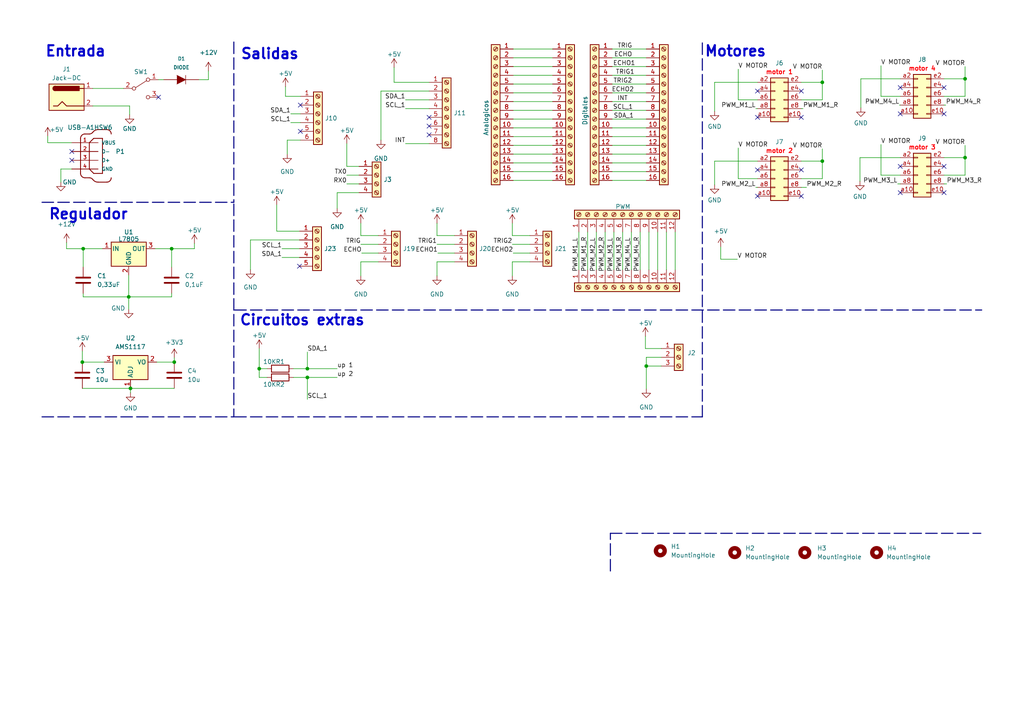
<source format=kicad_sch>
(kicad_sch (version 20230121) (generator eeschema)
  (paper "A4")
  (lib_symbols
    (symbol "Connector:DIN41612_02x05_AE_EvenPins" (pin_names (offset 1.016) hide)
      (property "Reference" "J" (at 1.27 7.62 0))
      (property "Value" "DIN41612_02x05_AE_EvenPins" (at 1.27 -7.62 0))
      (symbol "DIN41612_02x05_AE_EvenPins_1_1"
        (pin passive line (at -5.08 -5.08 0) (length 3.81) (name "Pin_a10") (number "a10"))
        (pin passive line (at -5.08 5.08 0) (length 3.81) (name "Pin_a2") (number "a2"))
        (pin passive line (at -5.08 2.54 0) (length 3.81) (name "Pin_a4") (number "a4"))
        (pin passive line (at -5.08 0 0) (length 3.81) (name "Pin_a6") (number "a6"))
        (pin passive line (at -5.08 -2.54 0) (length 3.81) (name "Pin_a8") (number "a8"))
        (pin passive line (at 7.62 -5.08 180) (length 3.81) (name "Pin_e10") (number "e10"))
        (pin passive line (at 7.62 5.08 180) (length 3.81) (name "Pin_e2") (number "e2"))
        (pin passive line (at 7.62 2.54 180) (length 3.81) (name "Pin_e4") (number "e4"))
        (pin passive line (at 7.62 0 180) (length 3.81) (name "Pin_e6") (number "e6"))
        (pin passive line (at 7.62 -2.54 180) (length 3.81) (name "Pin_e8") (number "e8"))
      )
    )
    (symbol "Connector:Jack-DC" (pin_names (offset 1.016))
      (property "Reference" "J" (at 0 5.334 0))
      (property "Value" "Jack-DC" (at 0 -5.08 0))
      (symbol "Jack-DC_1_1"
        (pin passive line (at 7.62 2.54 180) (length 2.54) (name "~") (number "1"))
        (pin passive line (at 7.62 -2.54 180) (length 2.54) (name "~") (number "2"))
      )
    )
    (symbol "Connector:Screw_Terminal_01x03" (pin_names (offset 1.016) hide)
      (property "Reference" "J" (at 0 5.08 0))
      (property "Value" "Screw_Terminal_01x03" (at 0 -5.08 0))
      (symbol "Screw_Terminal_01x03_1_1"
        (pin passive line (at -5.08 2.54 0) (length 3.81) (name "Pin_1") (number "1"))
        (pin passive line (at -5.08 0 0) (length 3.81) (name "Pin_2") (number "2"))
        (pin passive line (at -5.08 -2.54 0) (length 3.81) (name "Pin_3") (number "3"))
      )
    )
    (symbol "Connector:Screw_Terminal_01x04" (pin_names (offset 1.016) hide)
      (property "Reference" "J" (at 0 5.08 0))
      (property "Value" "Screw_Terminal_01x04" (at 0 -7.62 0))
      (symbol "Screw_Terminal_01x04_1_1"
        (pin passive line (at -5.08 2.54 0) (length 3.81) (name "Pin_1") (number "1"))
        (pin passive line (at -5.08 0 0) (length 3.81) (name "Pin_2") (number "2"))
        (pin passive line (at -5.08 -2.54 0) (length 3.81) (name "Pin_3") (number "3"))
        (pin passive line (at -5.08 -5.08 0) (length 3.81) (name "Pin_4") (number "4"))
      )
    )
    (symbol "Connector:Screw_Terminal_01x05" (pin_names (offset 1.016) hide)
      (property "Reference" "J" (at 0 7.62 0))
      (property "Value" "Screw_Terminal_01x05" (at 0 -7.62 0))
      (symbol "Screw_Terminal_01x05_1_1"
        (pin passive line (at -5.08 5.08 0) (length 3.81) (name "Pin_1") (number "1"))
        (pin passive line (at -5.08 2.54 0) (length 3.81) (name "Pin_2") (number "2"))
        (pin passive line (at -5.08 0 0) (length 3.81) (name "Pin_3") (number "3"))
        (pin passive line (at -5.08 -2.54 0) (length 3.81) (name "Pin_4") (number "4"))
        (pin passive line (at -5.08 -5.08 0) (length 3.81) (name "Pin_5") (number "5"))
      )
    )
    (symbol "Connector:Screw_Terminal_01x06" (pin_names (offset 1.016) hide)
      (property "Reference" "J" (at 0 7.62 0))
      (property "Value" "Screw_Terminal_01x06" (at 0 -10.16 0))
      (symbol "Screw_Terminal_01x06_1_1"
        (pin passive line (at -5.08 5.08 0) (length 3.81) (name "Pin_1") (number "1"))
        (pin passive line (at -5.08 2.54 0) (length 3.81) (name "Pin_2") (number "2"))
        (pin passive line (at -5.08 0 0) (length 3.81) (name "Pin_3") (number "3"))
        (pin passive line (at -5.08 -2.54 0) (length 3.81) (name "Pin_4") (number "4"))
        (pin passive line (at -5.08 -5.08 0) (length 3.81) (name "Pin_5") (number "5"))
        (pin passive line (at -5.08 -7.62 0) (length 3.81) (name "Pin_6") (number "6"))
      )
    )
    (symbol "Connector:Screw_Terminal_01x08" (pin_names (offset 1.016) hide)
      (property "Reference" "J" (at 0 10.16 0))
      (property "Value" "Screw_Terminal_01x08" (at 0 -12.7 0))
      (symbol "Screw_Terminal_01x08_1_1"
        (pin passive line (at -5.08 7.62 0) (length 3.81) (name "Pin_1") (number "1"))
        (pin passive line (at -5.08 5.08 0) (length 3.81) (name "Pin_2") (number "2"))
        (pin passive line (at -5.08 2.54 0) (length 3.81) (name "Pin_3") (number "3"))
        (pin passive line (at -5.08 0 0) (length 3.81) (name "Pin_4") (number "4"))
        (pin passive line (at -5.08 -2.54 0) (length 3.81) (name "Pin_5") (number "5"))
        (pin passive line (at -5.08 -5.08 0) (length 3.81) (name "Pin_6") (number "6"))
        (pin passive line (at -5.08 -7.62 0) (length 3.81) (name "Pin_7") (number "7"))
        (pin passive line (at -5.08 -10.16 0) (length 3.81) (name "Pin_8") (number "8"))
      )
    )
    (symbol "Connector:Screw_Terminal_01x12" (pin_names (offset 1.016) hide)
      (property "Reference" "J" (at 0 15.24 0))
      (property "Value" "Screw_Terminal_01x12" (at 0 -17.78 0))
      (symbol "Screw_Terminal_01x12_1_1"
        (pin passive line (at -5.08 12.7 0) (length 3.81) (name "Pin_1") (number "1"))
        (pin passive line (at -5.08 -10.16 0) (length 3.81) (name "Pin_10") (number "10"))
        (pin passive line (at -5.08 -12.7 0) (length 3.81) (name "Pin_11") (number "11"))
        (pin passive line (at -5.08 -15.24 0) (length 3.81) (name "Pin_12") (number "12"))
        (pin passive line (at -5.08 10.16 0) (length 3.81) (name "Pin_2") (number "2"))
        (pin passive line (at -5.08 7.62 0) (length 3.81) (name "Pin_3") (number "3"))
        (pin passive line (at -5.08 5.08 0) (length 3.81) (name "Pin_4") (number "4"))
        (pin passive line (at -5.08 2.54 0) (length 3.81) (name "Pin_5") (number "5"))
        (pin passive line (at -5.08 0 0) (length 3.81) (name "Pin_6") (number "6"))
        (pin passive line (at -5.08 -2.54 0) (length 3.81) (name "Pin_7") (number "7"))
        (pin passive line (at -5.08 -5.08 0) (length 3.81) (name "Pin_8") (number "8"))
        (pin passive line (at -5.08 -7.62 0) (length 3.81) (name "Pin_9") (number "9"))
      )
    )
    (symbol "Connector:Screw_Terminal_01x16" (pin_names (offset 1.016) hide)
      (property "Reference" "J" (at 0 20.32 0))
      (property "Value" "Screw_Terminal_01x16" (at 0 -22.86 0))
      (symbol "Screw_Terminal_01x16_1_1"
        (pin passive line (at -5.08 17.78 0) (length 3.81) (name "Pin_1") (number "1"))
        (pin passive line (at -5.08 -5.08 0) (length 3.81) (name "Pin_10") (number "10"))
        (pin passive line (at -5.08 -7.62 0) (length 3.81) (name "Pin_11") (number "11"))
        (pin passive line (at -5.08 -10.16 0) (length 3.81) (name "Pin_12") (number "12"))
        (pin passive line (at -5.08 -12.7 0) (length 3.81) (name "Pin_13") (number "13"))
        (pin passive line (at -5.08 -15.24 0) (length 3.81) (name "Pin_14") (number "14"))
        (pin passive line (at -5.08 -17.78 0) (length 3.81) (name "Pin_15") (number "15"))
        (pin passive line (at -5.08 -20.32 0) (length 3.81) (name "Pin_16") (number "16"))
        (pin passive line (at -5.08 15.24 0) (length 3.81) (name "Pin_2") (number "2"))
        (pin passive line (at -5.08 12.7 0) (length 3.81) (name "Pin_3") (number "3"))
        (pin passive line (at -5.08 10.16 0) (length 3.81) (name "Pin_4") (number "4"))
        (pin passive line (at -5.08 7.62 0) (length 3.81) (name "Pin_5") (number "5"))
        (pin passive line (at -5.08 5.08 0) (length 3.81) (name "Pin_6") (number "6"))
        (pin passive line (at -5.08 2.54 0) (length 3.81) (name "Pin_7") (number "7"))
        (pin passive line (at -5.08 0 0) (length 3.81) (name "Pin_8") (number "8"))
        (pin passive line (at -5.08 -2.54 0) (length 3.81) (name "Pin_9") (number "9"))
      )
    )
    (symbol "Device:C" (pin_numbers hide) (pin_names (offset 0.254))
      (property "Reference" "C" (at 0.635 2.54 0))
      (property "Value" "C" (at 0.635 -2.54 0))
      (symbol "C_1_1"
        (pin passive line (at 0 3.81 270) (length 2.794) (name "~") (number "1"))
        (pin passive line (at 0 -3.81 90) (length 2.794) (name "~") (number "2"))
      )
    )
    (symbol "Device:R" (pin_numbers hide) (pin_names (offset 0))
      (property "Reference" "R" (at 2.032 0 90))
      (property "Value" "R" (at 0 0 90))
      (symbol "R_1_1"
        (pin passive line (at 0 3.81 270) (length 1.27) (name "~") (number "1"))
        (pin passive line (at 0 -3.81 90) (length 1.27) (name "~") (number "2"))
      )
    )
    (symbol "EESTN5:DIODE" (pin_numbers hide) (pin_names (offset 1.016) hide)
      (property "Reference" "D" (at 0 2.54 0))
      (property "Value" "DIODE" (at 0 -2.54 0))
      (symbol "DIODE_1_1"
        (pin passive line (at -5.08 0 0) (length 3.81) (name "A") (number "1"))
        (pin passive line (at 5.08 0 180) (length 3.81) (name "K") (number "2"))
      )
    )
    (symbol "EESTN5:SW_SPDT" (pin_names (offset 0) hide)
      (property "Reference" "SW" (at 0 4.318 0))
      (symbol "SW_SPDT_1_1"
        (pin passive line (at 5.08 2.54 180) (length 2.54) (name "A") (number "1"))
        (pin passive line (at -5.08 0 0) (length 2.54) (name "B") (number "2"))
        (pin passive line (at 5.08 -2.54 180) (length 2.54) (name "C") (number "3"))
      )
    )
    (symbol "GND_1" (power) (pin_names (offset 0))
      (property "Value" "GND_1" (at 0 -3.81 0))
      (symbol "GND_1_1_1"
        (pin power_in line (at 0 0 270) (length 0) hide (name "GND") (number "1"))
      )
    )
    (symbol "Mechanical:MountingHole" (pin_names (offset 1.016))
      (property "Reference" "H" (at 0 5.08 0))
      (property "Value" "MountingHole" (at 0 3.175 0))
    )
    (symbol "Regulator_Linear:AMS1117"
      (property "Reference" "U" (at -3.81 3.175 0))
      (property "Value" "AMS1117" (at 0 3.175 0))
      (symbol "AMS1117_1_1"
        (pin input line (at 0 -7.62 90) (length 2.54) (name "ADJ") (number "1"))
        (pin power_out line (at 7.62 0 180) (length 2.54) (name "VO") (number "2"))
        (pin power_in line (at -7.62 0 0) (length 2.54) (name "VI") (number "3"))
      )
    )
    (symbol "Regulator_Linear:L7805" (pin_names (offset 0.254))
      (property "Reference" "U" (at -3.81 3.175 0))
      (property "Value" "L7805" (at 0 3.175 0))
      (symbol "L7805_1_1"
        (pin power_in line (at -7.62 0 0) (length 2.54) (name "IN") (number "1"))
        (pin power_in line (at 0 -7.62 90) (length 2.54) (name "GND") (number "2"))
        (pin power_out line (at 7.62 0 180) (length 2.54) (name "OUT") (number "3"))
      )
    )
    (symbol "power:+12V" (power) (pin_names (offset 0))
      (property "Value" "+12V" (at 0 3.556 0))
      (symbol "+12V_1_1"
        (pin power_in line (at 0 0 90) (length 0) hide (name "+12V") (number "1"))
      )
    )
    (symbol "power:+3V3" (power) (pin_names (offset 0))
      (property "Value" "+3V3" (at 0 3.556 0))
      (symbol "+3V3_1_1"
        (pin power_in line (at 0 0 90) (length 0) hide (name "+3V3") (number "1"))
      )
    )
    (symbol "power:+5V" (power) (pin_names (offset 0))
      (property "Value" "+5V" (at 0 3.556 0))
      (symbol "+5V_1_1"
        (pin power_in line (at 0 0 90) (length 0) hide (name "+5V") (number "1"))
      )
    )
    (symbol "power:GND" (power) (pin_names (offset 0))
      (property "Value" "GND" (at 0 -3.81 0))
      (symbol "GND_1_1"
        (pin power_in line (at 0 0 270) (length 0) hide (name "GND") (number "1"))
      )
    )
    (symbol "usb:USB-A1HSW6" (pin_names (offset 1.016))
      (property "Reference" "P" (at -2.5418 11.438 0))
      (property "Value" "USB-A1HSW6" (at -2.5436 -10.1744 0))
      (symbol "USB-A1HSW6_0_0"
        (pin power_in line (at -5.08 5.08 0) (length 7.62) (name "VBUS") (number "1"))
        (pin bidirectional line (at -5.08 2.54 0) (length 7.62) (name "D-") (number "2"))
        (pin bidirectional line (at -5.08 0 0) (length 7.62) (name "D+") (number "3"))
        (pin power_in line (at -5.08 -2.54 0) (length 7.62) (name "GND") (number "4"))
      )
    )
  )
  (junction (at 89.154 109.474))
  (junction (at 75.184 106.934))
  (junction (at 50.546 105.029))
  (junction (at 24.13 72.136))
  (junction (at 23.876 105.029))
  (junction (at 89.154 106.934))
  (junction (at 37.846 112.649))
  (junction (at 279.908 45.72))
  (junction (at 238.506 46.736))
  (junction (at 238.506 23.876))
  (junction (at 187.452 106.172))
  (junction (at 279.908 22.86))
  (junction (at 37.338 86.106))
  (junction (at 49.784 72.136))
  (no_connect (at 273.812 55.88))
  (no_connect (at 20.828 43.942))
  (no_connect (at 219.71 56.896))
  (no_connect (at 124.46 39.116))
  (no_connect (at 232.41 34.036))
  (no_connect (at 219.71 49.276))
  (no_connect (at 124.46 34.036))
  (no_connect (at 219.71 26.416))
  (no_connect (at 261.112 55.88))
  (no_connect (at 273.812 33.02))
  (no_connect (at 20.828 46.482))
  (no_connect (at 87.122 38.1))
  (no_connect (at 261.112 48.26))
  (no_connect (at 86.868 77.216))
  (no_connect (at 261.112 33.02))
  (no_connect (at 45.974 28.194))
  (no_connect (at 273.812 25.4))
  (no_connect (at 232.41 49.276))
  (no_connect (at 219.71 34.036))
  (no_connect (at 87.122 30.48))
  (no_connect (at 124.46 36.576))
  (no_connect (at 261.112 25.4))
  (no_connect (at 232.41 56.896))
  (no_connect (at 273.812 48.26))
  (no_connect (at 232.41 26.416))
  (wire (pts (xy 126.746 70.866) (xy 131.826 70.866)))
  (wire (pts (xy 153.67 75.946) (xy 148.59 75.946)))
  (wire (pts (xy 273.812 22.86) (xy 279.908 22.86)))
  (wire (pts (xy 83.312 40.64) (xy 83.312 44.704)))
  (bus (pts (xy 177.038 165.608) (xy 177.038 154.686)) (stroke (width 0) (type dash)))
  (wire (pts (xy 45.466 105.029) (xy 50.546 105.029)))
  (wire (pts (xy 148.844 44.704) (xy 160.274 44.704)))
  (wire (pts (xy 177.546 37.084) (xy 187.452 37.084)))
  (wire (pts (xy 185.674 78.232) (xy 185.674 67.31)))
  (bus (pts (xy 12.192 120.904) (xy 67.818 120.904)) (stroke (width 0) (type dash)))
  (wire (pts (xy 24.13 72.136) (xy 29.718 72.136)))
  (wire (pts (xy 177.546 52.324) (xy 187.452 52.324)))
  (wire (pts (xy 17.653 49.022) (xy 17.653 52.832)))
  (wire (pts (xy 148.844 26.924) (xy 160.274 26.924)))
  (wire (pts (xy 148.844 47.244) (xy 160.274 47.244)))
  (bus (pts (xy 177.038 154.686) (xy 284.48 154.686)) (stroke (width 0) (type dash)))
  (wire (pts (xy 187.452 103.632) (xy 191.77 103.632)))
  (bus (pts (xy 67.818 59.182) (xy 67.818 120.904)) (stroke (width 0) (type dash)))
  (wire (pts (xy 148.844 19.304) (xy 160.274 19.304)))
  (wire (pts (xy 175.514 67.31) (xy 175.514 78.232)))
  (wire (pts (xy 44.958 72.136) (xy 49.784 72.136)))
  (wire (pts (xy 273.812 27.94) (xy 279.908 27.94)))
  (wire (pts (xy 177.546 44.704) (xy 187.452 44.704)))
  (wire (pts (xy 167.894 67.31) (xy 167.894 78.232)))
  (wire (pts (xy 249.428 45.72) (xy 261.112 45.72)))
  (wire (pts (xy 20.828 49.022) (xy 17.653 49.022)))
  (bus (pts (xy 203.708 12.446) (xy 203.708 120.904)) (stroke (width 0) (type dash)))
  (wire (pts (xy 187.452 103.632) (xy 187.452 106.172)))
  (wire (pts (xy 249.682 22.86) (xy 261.112 22.86)))
  (wire (pts (xy 273.812 50.8) (xy 279.908 50.8)))
  (wire (pts (xy 232.41 23.876) (xy 238.506 23.876)))
  (wire (pts (xy 148.844 32.004) (xy 160.274 32.004)))
  (wire (pts (xy 177.546 24.384) (xy 187.452 24.384)))
  (wire (pts (xy 177.546 32.004) (xy 187.452 32.004)))
  (wire (pts (xy 80.264 59.436) (xy 80.264 67.056)))
  (wire (pts (xy 177.546 42.164) (xy 187.452 42.164)))
  (wire (pts (xy 24.13 72.136) (xy 24.13 77.47)))
  (wire (pts (xy 110.49 26.416) (xy 124.46 26.416)))
  (wire (pts (xy 177.546 49.784) (xy 187.452 49.784)))
  (wire (pts (xy 85.09 106.934) (xy 89.154 106.934)))
  (wire (pts (xy 50.546 103.759) (xy 50.546 105.029)))
  (wire (pts (xy 219.202 31.496) (xy 219.71 31.496)))
  (wire (pts (xy 26.924 30.734) (xy 37.592 30.734)))
  (wire (pts (xy 279.908 45.72) (xy 279.908 50.8)))
  (wire (pts (xy 114.3 23.876) (xy 124.46 23.876)))
  (wire (pts (xy 148.59 75.946) (xy 148.59 80.01)))
  (wire (pts (xy 260.858 30.48) (xy 261.112 30.48)))
  (wire (pts (xy 100.584 53.34) (xy 104.14 53.34)))
  (wire (pts (xy 60.452 23.114) (xy 60.452 20.574)))
  (wire (pts (xy 148.844 52.324) (xy 160.274 52.324)))
  (wire (pts (xy 238.506 43.18) (xy 238.506 46.736)))
  (wire (pts (xy 238.506 23.876) (xy 238.506 28.956)))
  (wire (pts (xy 177.546 19.304) (xy 187.452 19.304)))
  (wire (pts (xy 148.844 16.764) (xy 160.274 16.764)))
  (wire (pts (xy 24.13 85.09) (xy 24.13 86.106)))
  (wire (pts (xy 172.974 67.31) (xy 172.974 78.232)))
  (wire (pts (xy 207.264 53.594) (xy 207.264 46.736)))
  (wire (pts (xy 233.934 54.356) (xy 232.41 54.356)))
  (wire (pts (xy 195.834 78.232) (xy 195.834 67.31)))
  (wire (pts (xy 13.843 41.402) (xy 20.828 41.402)))
  (wire (pts (xy 214.122 28.956) (xy 219.71 28.956)))
  (wire (pts (xy 255.524 27.94) (xy 261.112 27.94)))
  (wire (pts (xy 24.13 86.106) (xy 37.338 86.106)))
  (wire (pts (xy 177.546 39.624) (xy 187.452 39.624)))
  (wire (pts (xy 232.41 51.816) (xy 238.506 51.816)))
  (wire (pts (xy 109.728 75.946) (xy 104.648 75.946)))
  (wire (pts (xy 114.3 19.558) (xy 114.3 23.876)))
  (wire (pts (xy 238.506 46.736) (xy 238.506 51.816)))
  (wire (pts (xy 100.584 50.8) (xy 104.14 50.8)))
  (wire (pts (xy 45.974 23.114) (xy 47.498 23.114)))
  (wire (pts (xy 87.122 40.64) (xy 83.312 40.64)))
  (wire (pts (xy 177.546 34.544) (xy 187.452 34.544)))
  (wire (pts (xy 75.184 109.474) (xy 77.47 109.474)))
  (wire (pts (xy 255.524 50.8) (xy 261.112 50.8)))
  (wire (pts (xy 190.754 78.232) (xy 190.754 67.31)))
  (wire (pts (xy 238.506 20.32) (xy 238.506 23.876)))
  (wire (pts (xy 13.843 39.497) (xy 13.843 41.402)))
  (wire (pts (xy 279.908 42.164) (xy 279.908 45.72)))
  (wire (pts (xy 26.924 25.654) (xy 35.814 25.654)))
  (wire (pts (xy 209.042 75.184) (xy 213.868 75.184)))
  (wire (pts (xy 177.546 21.844) (xy 187.452 21.844)))
  (wire (pts (xy 214.122 20.066) (xy 214.122 28.956)))
  (wire (pts (xy 177.546 26.924) (xy 187.452 26.924)))
  (wire (pts (xy 126.746 64.77) (xy 126.746 68.326)))
  (wire (pts (xy 49.784 86.106) (xy 49.784 85.09)))
  (wire (pts (xy 177.546 14.224) (xy 187.452 14.224)))
  (wire (pts (xy 23.876 101.854) (xy 23.876 105.029)))
  (wire (pts (xy 255.524 41.91) (xy 255.524 50.8)))
  (wire (pts (xy 56.388 70.612) (xy 56.388 72.136)))
  (wire (pts (xy 219.202 54.356) (xy 219.71 54.356)))
  (wire (pts (xy 249.428 52.578) (xy 249.428 45.72)))
  (wire (pts (xy 57.658 23.114) (xy 60.452 23.114)))
  (wire (pts (xy 110.49 40.64) (xy 110.49 26.416)))
  (wire (pts (xy 97.79 60.452) (xy 97.79 55.88)))
  (wire (pts (xy 89.154 109.474) (xy 89.154 115.824)))
  (wire (pts (xy 81.788 72.136) (xy 86.868 72.136)))
  (wire (pts (xy 104.648 75.946) (xy 104.648 80.01)))
  (wire (pts (xy 75.184 106.934) (xy 75.184 109.474)))
  (wire (pts (xy 104.648 68.326) (xy 109.728 68.326)))
  (wire (pts (xy 187.198 101.092) (xy 191.77 101.092)))
  (wire (pts (xy 19.304 70.358) (xy 19.304 72.136)))
  (wire (pts (xy 23.876 105.029) (xy 30.226 105.029)))
  (wire (pts (xy 232.918 31.496) (xy 232.41 31.496)))
  (wire (pts (xy 207.264 46.736) (xy 219.71 46.736)))
  (wire (pts (xy 274.32 30.48) (xy 273.812 30.48)))
  (wire (pts (xy 104.648 64.77) (xy 104.648 68.326)))
  (wire (pts (xy 23.876 112.649) (xy 37.846 112.649)))
  (wire (pts (xy 180.594 78.232) (xy 180.594 67.31)))
  (wire (pts (xy 37.338 86.106) (xy 49.784 86.106)))
  (wire (pts (xy 207.264 23.876) (xy 219.71 23.876)))
  (wire (pts (xy 260.35 53.34) (xy 261.112 53.34)))
  (wire (pts (xy 56.388 72.136) (xy 49.784 72.136)))
  (wire (pts (xy 87.122 27.94) (xy 82.804 27.94)))
  (wire (pts (xy 89.154 102.108) (xy 89.154 106.934)))
  (wire (pts (xy 100.584 48.26) (xy 104.14 48.26)))
  (wire (pts (xy 37.338 86.106) (xy 37.338 89.662)))
  (wire (pts (xy 279.908 22.86) (xy 279.908 27.94)))
  (wire (pts (xy 75.184 106.934) (xy 77.47 106.934)))
  (wire (pts (xy 148.844 49.784) (xy 160.274 49.784)))
  (wire (pts (xy 75.184 101.092) (xy 75.184 106.934)))
  (wire (pts (xy 177.546 47.244) (xy 187.452 47.244)))
  (wire (pts (xy 100.584 41.656) (xy 100.584 48.26)))
  (wire (pts (xy 97.79 55.88) (xy 104.14 55.88)))
  (wire (pts (xy 49.784 72.136) (xy 49.784 77.47)))
  (wire (pts (xy 188.214 78.232) (xy 188.214 67.31)))
  (wire (pts (xy 207.264 32.258) (xy 207.264 23.876)))
  (wire (pts (xy 214.122 42.926) (xy 214.122 51.816)))
  (wire (pts (xy 279.908 19.304) (xy 279.908 22.86)))
  (wire (pts (xy 148.844 14.224) (xy 160.274 14.224)))
  (wire (pts (xy 81.788 74.676) (xy 86.868 74.676)))
  (wire (pts (xy 117.602 41.656) (xy 124.46 41.656)))
  (wire (pts (xy 148.844 39.624) (xy 160.274 39.624)))
  (wire (pts (xy 148.844 73.406) (xy 153.67 73.406)))
  (wire (pts (xy 72.644 78.232) (xy 72.644 69.596)))
  (wire (pts (xy 37.846 112.649) (xy 37.846 113.919)))
  (wire (pts (xy 148.59 70.866) (xy 153.67 70.866)))
  (wire (pts (xy 187.198 97.536) (xy 187.198 101.092)))
  (wire (pts (xy 214.122 51.816) (xy 219.71 51.816)))
  (wire (pts (xy 126.746 68.326) (xy 131.826 68.326)))
  (wire (pts (xy 148.844 34.544) (xy 160.274 34.544)))
  (wire (pts (xy 117.602 31.496) (xy 124.46 31.496)))
  (bus (pts (xy 12.192 58.674) (xy 67.818 58.674)) (stroke (width 0) (type dash)))
  (wire (pts (xy 80.264 67.056) (xy 86.868 67.056)))
  (wire (pts (xy 178.054 78.232) (xy 178.054 67.31)))
  (wire (pts (xy 183.134 78.232) (xy 183.134 67.31)))
  (wire (pts (xy 273.812 45.72) (xy 279.908 45.72)))
  (wire (pts (xy 82.804 27.94) (xy 82.804 25.146)))
  (wire (pts (xy 232.41 46.736) (xy 238.506 46.736)))
  (wire (pts (xy 117.602 28.956) (xy 124.46 28.956)))
  (wire (pts (xy 148.844 42.164) (xy 160.274 42.164)))
  (wire (pts (xy 37.846 112.649) (xy 50.546 112.649)))
  (wire (pts (xy 37.338 79.756) (xy 37.338 86.106)))
  (wire (pts (xy 209.042 71.628) (xy 209.042 75.184)))
  (wire (pts (xy 85.09 109.474) (xy 89.154 109.474)))
  (wire (pts (xy 177.546 29.464) (xy 187.452 29.464)))
  (wire (pts (xy 126.746 75.946) (xy 126.746 80.01)))
  (wire (pts (xy 274.574 53.34) (xy 273.812 53.34)))
  (wire (pts (xy 104.902 73.406) (xy 109.728 73.406)))
  (wire (pts (xy 131.826 75.946) (xy 126.746 75.946)))
  (wire (pts (xy 19.304 72.136) (xy 24.13 72.136)))
  (wire (pts (xy 37.592 30.734) (xy 37.592 33.274)))
  (wire (pts (xy 89.154 109.474) (xy 97.79 109.474)))
  (wire (pts (xy 177.546 16.764) (xy 187.452 16.764)))
  (wire (pts (xy 148.59 68.326) (xy 153.67 68.326)))
  (wire (pts (xy 89.154 106.934) (xy 97.79 106.934)))
  (bus (pts (xy 67.818 12.192) (xy 67.818 58.674)) (stroke (width 0) (type dash)))
  (wire (pts (xy 84.328 33.02) (xy 87.122 33.02)))
  (wire (pts (xy 148.59 64.77) (xy 148.59 68.326)))
  (wire (pts (xy 249.682 31.242) (xy 249.682 22.86)))
  (wire (pts (xy 148.844 21.844) (xy 160.274 21.844)))
  (wire (pts (xy 148.844 37.084) (xy 160.274 37.084)))
  (wire (pts (xy 148.844 24.384) (xy 160.274 24.384)))
  (wire (pts (xy 255.524 19.05) (xy 255.524 27.94)))
  (wire (pts (xy 72.644 69.596) (xy 86.868 69.596)))
  (wire (pts (xy 170.434 78.232) (xy 170.434 67.31)))
  (wire (pts (xy 232.41 28.956) (xy 238.506 28.956)))
  (wire (pts (xy 104.648 70.866) (xy 109.728 70.866)))
  (wire (pts (xy 148.844 29.464) (xy 160.274 29.464)))
  (bus (pts (xy 68.072 120.904) (xy 203.708 120.904)) (stroke (width 0) (type dash)))
  (wire (pts (xy 127 73.406) (xy 131.826 73.406)))
  (bus (pts (xy 68.072 89.916) (xy 284.734 89.916)) (stroke (width 0) (type dash)))
  (wire (pts (xy 191.77 106.172) (xy 187.452 106.172)))
  (wire (pts (xy 84.328 35.56) (xy 87.122 35.56)))
  (wire (pts (xy 193.294 78.232) (xy 193.294 67.31)))
  (wire (pts (xy 187.452 106.172) (xy 187.452 112.776)))
  (text "Regulador" (at 13.97 64.008 0) (effects (font (size 3 3) (thickness 0.6) bold) (justify left bottom)))
  (text "Circuitos extras" (at 69.342 94.742 0) (effects (font (size 3 3) (thickness 0.6) bold) (justify left bottom)))
  (text "Entrada" (at 12.954 16.764 0) (effects (font (size 3 3) (thickness 0.6) bold) (justify left bottom)))
  (text "Salidas" (at 86.868 17.526 0) (effects (font (size 3 3) (thickness 0.6) bold) (justify right bottom)))
  (text "Motores\n" (at 204.216 16.764 0) (effects (font (size 3 3) (thickness 0.6) bold) (justify left bottom)))
  (label "PWM_M2_L" (at 172.974 68.834 270))
  (label "V MOTOR" (at 213.868 75.184 0))
  (label "PWM_M4_L" (at 183.134 68.834 270))
  (label "V MOTOR" (at 214.122 42.926 0))
  (label "SCL_1" (at 84.328 35.56 180))
  (label "up 2" (at 97.79 109.474 0))
  (label "TRIG1" (at 178.562 21.844 0))
  (label "TRIG2" (at 148.59 70.866 180))
  (label "TRIG" (at 183.388 14.224 180))
  (label "V MOTOR" (at 279.908 42.164 180))
  (label "PWM_M4_R" (at 274.32 30.48 0))
  (label "SDA_1" (at 89.154 102.108 0))
  (label "SCL_1" (at 183.642 32.004 180))
  (label "SDA_1" (at 183.896 34.544 180))
  (label "PWM_M2_R" (at 175.514 68.58 270))
  (label "ECHO1" (at 127 73.406 180))
  (label "SDA_1" (at 84.328 33.02 180))
  (label "TRIG1" (at 126.746 70.866 180))
  (label "V MOTOR" (at 255.524 41.91 0))
  (label "V MOTOR" (at 238.506 43.18 180))
  (label "TRIG" (at 104.648 70.866 180))
  (label "V MOTOR" (at 255.524 19.05 0))
  (label "PWM_M3_R" (at 180.594 68.58 270))
  (label "PWM_M2_L" (at 219.202 54.356 180))
  (label "PWM_M1_L" (at 167.894 68.834 270))
  (label "TX0" (at 100.584 50.8 180))
  (label "SDA_1" (at 117.602 28.956 180))
  (label "PWM_M4_R" (at 185.674 68.58 270))
  (label "PWM_M3_L" (at 178.054 68.834 270))
  (label "SDA_1" (at 81.788 74.676 180))
  (label "TRIG2" (at 183.388 24.384 180))
  (label "V MOTOR" (at 238.506 20.32 180))
  (label "SCL_1" (at 117.602 31.496 180))
  (label "ECHO2" (at 148.844 73.406 180))
  (label "ECHO1" (at 177.8 19.304 0))
  (label "ECHO" (at 104.902 73.406 180))
  (label "ECHO2" (at 183.896 26.924 180))
  (label "INT" (at 182.118 29.464 180))
  (label "SCL_1" (at 81.788 72.136 180))
  (label "ECHO" (at 183.388 16.764 180))
  (label "INT" (at 117.602 41.656 180))
  (label "V MOTOR" (at 214.122 20.066 0))
  (label "RX0" (at 100.584 53.34 180))
  (label "PWM_M4_L" (at 260.858 30.48 180))
  (label "PWM_M3_R" (at 274.574 53.34 0))
  (label "V MOTOR" (at 279.908 19.304 180))
  (label "PWM_M3_L" (at 260.35 53.34 180))
  (label "up 1" (at 97.79 106.934 0))
  (label "PWM_M2_R" (at 233.934 54.356 0))
  (label "SCL_1" (at 89.154 115.824 0))
  (label "PWM_M1_R" (at 232.918 31.496 0))
  (label "PWM_M1_R" (at 170.434 68.58 270))
  (label "PWM_M1_L" (at 219.202 31.496 180))
  (symbol (lib_id "power:GND") (at 110.49 40.64 0) (unit 1)
    (property "Reference" "#PWR012" (effects hide))
    (property "Value" "GND" (at 110.49 45.974 0))
  )
  (symbol (lib_id "Device:R") (at 81.28 109.474 270) (unit 1)
    (property "Reference" "R2" (at 81.28 111.506 90))
    (property "Value" "10K" (at 78.232 111.506 90))
    (property "Footprint" "Resistor_SMD:R_1206_3216Metric" (effects hide))
  )
  (symbol (lib_id "Connector:Jack-DC") (at 19.304 28.194 0) (unit 1)
    (property "Reference" "J1" (at 19.304 20.066 0))
    (property "Value" "Jack-DC" (at 19.304 22.606 0))
    (property "Footprint" "Connector_BarrelJack:BarrelJack_GCT_DCJ200-10-A_Horizontal" (effects hide))
  )
  (symbol (lib_id "power:GND") (at 37.338 89.662 0) (unit 1)
    (property "Reference" "#PWR06" (effects hide))
    (property "Value" "GND" (at 34.29 89.408 0))
  )
  (symbol (lib_id "Connector:Screw_Terminal_01x04") (at 136.906 70.866 0) (unit 1)
    (property "Reference" "J20" (at 138.938 72.136 0) (effects (justify left)))
    (property "Value" "Screw_Terminal_01x04" (effects hide))
    (property "Footprint" "Connector_PinHeader_2.54mm:PinHeader_1x04_P2.54mm_Vertical" (effects hide))
  )
  (symbol (lib_id "Connector:Screw_Terminal_01x06") (at 92.202 33.02 0) (unit 1)
    (property "Reference" "J10" (at 94.234 34.29 0) (effects (justify left)))
    (property "Value" "Screw_Terminal_01x06" (effects hide))
    (property "Footprint" "Connector_PinHeader_2.54mm:PinHeader_1x06_P2.54mm_Vertical" (effects hide))
  )
  (symbol (lib_id "power:+12V") (at 19.304 70.358 0) (unit 1)
    (property "Reference" "#PWR02" (effects hide))
    (property "Value" "+12V" (at 19.304 65.024 0))
  )
  (symbol (lib_id "power:+5V") (at 56.388 70.612 0) (unit 1)
    (property "Reference" "#PWR07" (effects hide))
    (property "Value" "+5V" (at 56.388 66.802 0))
  )
  (symbol (lib_id "usb:USB-A1HSW6") (at 25.908 46.482 0) (unit 1)
    (property "Reference" "P1" (at 33.528 43.942 0) (effects (justify left)))
    (property "Value" "USB-A1HSW6" (at 19.558 36.957 0) (effects (justify left)))
    (property "Footprint" "USB-A1HSW6:OST_USB-A1HSW6" (effects hide))
    (property "MF" "On Shore" (effects hide))
    (property "Description" "\nUSB-A (USB TYPE-A): conector receptáculo, orificio pasante de 4 posiciones, ángulo recto\n" (effects hide))
    (property "Package" "None" (effects hide))
    (property "Price" "None" (effects hide))
    (property "Check_prices" "https://www.snapeda.com/parts/USB-A1HSW6/On+Shore+Technology+Inc./view-part/?ref=eda" (effects hide))
    (property "SnapEDA_Link" "https://www.snapeda.com/parts/USB-A1HSW6/On+Shore+Technology+Inc./view-part/?ref=snap" (effects hide))
    (property "MP" "USB-A1HSW6" (effects hide))
    (property "Purchase-URL" "https://www.snapeda.com/api/url_track_click_mouser/?unipart_id=13110&manufacturer=On Shore&part_name=USB-A1HSW6&search_term=usb" (effects hide))
    (property "Availability" "In Stock" (effects hide))
    (property "MANUFACTURER" "On-Shore Technology, Inc." (effects hide))
  )
  (symbol (lib_id "Mechanical:MountingHole") (at 254.254 160.274 270) (unit 1)
    (property "Reference" "H4" (at 257.302 159.004 90) (effects (justify left)))
    (property "Value" "MountingHole" (at 257.048 161.544 90) (effects (justify left)))
    (property "Footprint" "MountingHole:MountingHole_3.2mm_M3" (effects hide))
  )
  (symbol (lib_id "power:+5V") (at 114.3 19.558 0) (unit 1)
    (property "Reference" "#PWR013" (effects hide))
    (property "Value" "+5V" (at 114.3 15.748 0))
  )
  (symbol (lib_id "Connector:Screw_Terminal_01x16") (at 143.764 32.004 0) (mirror y) (unit 1)
    (property "Reference" "J14" (effects hide))
    (property "Value" "Screw_Terminal_01x16" (effects hide))
    (property "Footprint" "Connector_PinHeader_2.54mm:PinHeader_1x16_P2.54mm_Vertical" (effects hide))
  )
  (symbol (lib_id "Connector:DIN41612_02x05_AE_EvenPins") (at 266.192 27.94 0) (unit 1)
    (property "Reference" "J8" (at 267.462 17.272 0))
    (property "Value" "motor 4" (at 267.462 19.812 0) (effects (font bold)))
    (property "Footprint" "Connector_IDC:IDC-Header_2x05_P2.54mm_Vertical" (effects hide))
  )
  (symbol (lib_id "power:+5V") (at 104.648 64.77 0) (unit 1)
    (property "Reference" "#PWR025" (effects hide))
    (property "Value" "+5V" (at 104.648 60.96 0))
  )
  (symbol (lib_id "Connector:DIN41612_02x05_AE_EvenPins") (at 224.79 28.956 0) (unit 1)
    (property "Reference" "J6" (at 226.06 18.288 0))
    (property "Value" "motor 1" (at 226.06 20.828 0) (effects (font bold)))
    (property "Footprint" "Connector_IDC:IDC-Header_2x05_P2.54mm_Vertical" (effects hide))
  )
  (symbol (lib_id "power:GND") (at 249.428 52.578 0) (unit 1)
    (property "Reference" "#PWR010" (effects hide))
    (property "Value" "GND" (at 249.428 57.023 0))
  )
  (symbol (lib_id "Device:C") (at 49.784 81.28 0) (unit 1)
    (property "Reference" "C2" (at 53.594 80.01 0) (effects (justify left)))
    (property "Value" "0,1uF" (at 53.594 82.55 0) (effects (justify left)))
    (property "Footprint" "Capacitor_SMD:C_1206_3216Metric" (effects hide))
  )
  (symbol (lib_id "power:+12V") (at 60.452 20.574 0) (unit 1)
    (property "Reference" "#PWR021" (effects hide))
    (property "Value" "+12V" (at 60.452 15.24 0))
  )
  (symbol (lib_id "Device:C") (at 24.13 81.28 0) (unit 1)
    (property "Reference" "C1" (at 28.194 80.01 0) (effects (justify left)))
    (property "Value" "0,33uF" (at 28.194 82.55 0) (effects (justify left)))
    (property "Footprint" "Capacitor_SMD:C_1206_3216Metric" (effects hide))
  )
  (symbol (lib_id "power:+5V") (at 187.198 97.536 0) (unit 1)
    (property "Reference" "#PWR031" (effects hide))
    (property "Value" "+5V" (at 187.198 93.726 0))
  )
  (symbol (lib_id "power:GND") (at 83.312 44.704 0) (unit 1)
    (property "Reference" "#PWR015" (effects hide))
    (property "Value" "GND" (at 83.312 49.784 0))
  )
  (symbol (lib_id "power:+5V") (at 126.746 64.77 0) (unit 1)
    (property "Reference" "#PWR026" (effects hide))
    (property "Value" "+5V" (at 126.746 60.96 0))
  )
  (symbol (lib_id "power:GND") (at 207.264 32.258 0) (unit 1)
    (property "Reference" "#PWR08" (effects hide))
    (property "Value" "GND" (at 207.264 36.703 0))
  )
  (symbol (lib_id "Connector:Screw_Terminal_01x05") (at 91.948 72.136 0) (unit 1)
    (property "Reference" "J23" (at 93.98 72.136 0) (effects (justify left)))
    (property "Value" "Screw_Terminal_01x05" (effects hide))
    (property "Footprint" "Connector_PinHeader_2.54mm:PinHeader_1x05_P2.54mm_Vertical" (effects hide))
  )
  (symbol (lib_id "power:+5V") (at 100.584 41.656 0) (unit 1)
    (property "Reference" "#PWR05" (effects hide))
    (property "Value" "+5V" (at 100.584 37.846 0))
  )
  (symbol (lib_id "Connector:Screw_Terminal_01x16") (at 165.354 32.004 0) (unit 1)
    (property "Reference" "J15" (effects hide))
    (property "Value" "Analogicos" (at 140.97 39.37 90) (effects (justify left)))
    (property "Footprint" "Connector_PinHeader_2.54mm:PinHeader_1x16_P2.54mm_Vertical" (effects hide))
  )
  (symbol (lib_id "power:GND") (at 207.264 53.594 0) (unit 1)
    (property "Reference" "#PWR09" (effects hide))
    (property "Value" "GND" (at 207.264 58.039 0))
  )
  (symbol (lib_id "power:GND") (at 148.59 80.01 0) (unit 1)
    (property "Reference" "#PWR029" (effects hide))
    (property "Value" "GND" (at 148.59 85.344 0))
  )
  (symbol (lib_id "Connector:Screw_Terminal_01x08") (at 129.54 31.496 0) (unit 1)
    (property "Reference" "J11" (at 131.572 32.766 0) (effects (justify left)))
    (property "Value" "Screw_Terminal_01x08" (effects hide))
    (property "Footprint" "Connector_PinHeader_2.54mm:PinHeader_1x08_P2.54mm_Vertical" (effects hide))
  )
  (symbol (lib_id "Device:R") (at 81.28 106.934 90) (unit 1)
    (property "Reference" "R1" (at 81.28 104.902 90))
    (property "Value" "10K" (at 78.232 104.902 90))
    (property "Footprint" "Resistor_SMD:R_1206_3216Metric" (effects hide))
  )
  (symbol (lib_id "Connector:Screw_Terminal_01x03") (at 196.85 103.632 0) (unit 1)
    (property "Reference" "J2" (at 199.39 102.362 0) (effects (justify left)))
    (property "Value" "Screw_Terminal_01x03" (effects hide))
    (property "Footprint" "Connector_PinHeader_2.54mm:PinHeader_1x03_P2.54mm_Vertical" (effects hide))
  )
  (symbol (lib_id "power:+3V3") (at 50.546 103.759 0) (unit 1)
    (property "Reference" "#PWR020" (effects hide))
    (property "Value" "+3V3" (at 50.546 99.314 0))
  )
  (symbol (lib_id "Device:C") (at 50.546 108.839 0) (unit 1)
    (property "Reference" "C4" (at 54.356 107.569 0) (effects (justify left)))
    (property "Value" "10u" (at 54.356 110.109 0) (effects (justify left)))
    (property "Footprint" "Capacitor_SMD:C_1206_3216Metric" (effects hide))
  )
  (symbol (lib_id "power:+5V") (at 82.804 25.146 0) (unit 1)
    (property "Reference" "#PWR014" (effects hide))
    (property "Value" "+5V" (at 82.804 21.336 0))
  )
  (symbol (lib_id "Device:C") (at 23.876 108.839 0) (unit 1)
    (property "Reference" "C3" (at 27.686 107.569 0) (effects (justify left)))
    (property "Value" "10u" (at 27.686 110.109 0) (effects (justify left)))
    (property "Footprint" "Capacitor_SMD:C_1206_3216Metric" (effects hide))
  )
  (symbol (lib_id "power:+5V") (at 75.184 101.092 0) (unit 1)
    (property "Reference" "#PWR030" (effects hide))
    (property "Value" "+5V" (at 75.184 97.282 0))
  )
  (symbol (lib_id "Connector:DIN41612_02x05_AE_EvenPins") (at 266.192 50.8 0) (unit 1)
    (property "Reference" "J9" (at 267.462 40.132 0))
    (property "Value" "motor 3" (at 267.462 42.672 0) (effects (font bold)))
    (property "Footprint" "Connector_IDC:IDC-Header_2x05_P2.54mm_Vertical" (effects hide))
  )
  (symbol (lib_id "Connector:Screw_Terminal_01x04") (at 158.75 70.866 0) (unit 1)
    (property "Reference" "J21" (at 160.782 72.136 0) (effects (justify left)))
    (property "Value" "Screw_Terminal_01x04" (effects hide))
    (property "Footprint" "Connector_PinHeader_2.54mm:PinHeader_1x04_P2.54mm_Vertical" (effects hide))
  )
  (symbol (lib_id "power:GND") (at 249.682 31.242 0) (unit 1)
    (property "Reference" "#PWR011" (effects hide))
    (property "Value" "GND" (at 249.682 35.687 0))
  )
  (symbol (lib_id "EESTN5:SW_SPDT") (at 40.894 25.654 0) (unit 1)
    (property "Reference" "SW1" (at 40.894 20.828 0))
    (property "Value" "SW_SPDT" (effects hide))
    (property "Footprint" "on off:SW_RB141C1100" (effects hide))
  )
  (symbol (lib_id "power:GND") (at 37.846 113.919 0) (unit 1)
    (property "Reference" "#PWR019" (effects hide))
    (property "Value" "GND" (at 37.846 118.364 0))
  )
  (symbol (lib_id "EESTN5:DIODE") (at 52.578 23.114 0) (unit 1)
    (property "Reference" "D1" (at 52.6161 17.018 0) (effects (font (size 1.016 1.016))))
    (property "Value" "DIODE" (at 52.6161 19.558 0) (effects (font (size 1.016 1.016))))
    (property "Footprint" "Diode_THT:D_DO-15_P15.24mm_Horizontal" (effects hide))
  )
  (symbol (lib_id "Regulator_Linear:L7805") (at 37.338 72.136 0) (unit 1)
    (property "Reference" "U1" (at 37.338 67.31 0))
    (property "Value" "L7805" (at 37.338 69.342 0))
    (property "Footprint" "Package_TO_SOT_SMD:TO-252-2" (effects hide))
    (property "Datasheet" "http://www.st.com/content/ccc/resource/technical/document/datasheet/41/4f/b3/b0/12/d4/47/88/CD00000444.pdf/files/CD00000444.pdf/jcr:content/translations/en.CD00000444.pdf" (effects hide))
  )
  (symbol (lib_id "Mechanical:MountingHole") (at 233.426 160.274 270) (unit 1)
    (property "Reference" "H3" (at 236.982 159.004 90) (effects (justify left)))
    (property "Value" "MountingHole" (at 236.982 161.544 90) (effects (justify left)))
    (property "Footprint" "MountingHole:MountingHole_3.2mm_M3" (effects hide))
  )
  (symbol (lib_id "Connector:Screw_Terminal_01x16") (at 172.466 32.004 0) (mirror y) (unit 1)
    (property "Reference" "J13" (effects hide))
    (property "Value" "Screw_Terminal_01x16" (effects hide))
    (property "Footprint" "Connector_PinHeader_2.54mm:PinHeader_1x16_P2.54mm_Vertical" (effects hide))
  )
  (symbol (lib_name "GND_1") (lib_id "power:GND") (at 17.653 52.832 0) (unit 1)
    (property "Reference" "#PWR017" (effects hide))
    (property "Value" "GND" (at 20.193 52.832 0))
  )
  (symbol (lib_id "power:GND") (at 37.592 33.274 0) (unit 1)
    (property "Reference" "#PWR01" (effects hide))
    (property "Value" "GND" (at 37.592 37.338 0))
  )
  (symbol (lib_id "power:+5V") (at 209.042 71.628 0) (unit 1)
    (property "Reference" "#PWR03" (effects hide))
    (property "Value" "+5V" (at 209.042 67.056 0))
  )
  (symbol (lib_id "Connector:Screw_Terminal_01x12") (at 180.594 83.312 90) (mirror x) (unit 1)
    (property "Reference" "J17" (effects hide))
    (property "Value" "Screw_Terminal_01x12" (effects hide))
    (property "Footprint" "Connector_PinHeader_2.54mm:PinHeader_1x12_P2.54mm_Vertical" (effects hide))
  )
  (symbol (lib_id "power:GND") (at 187.452 112.776 0) (unit 1)
    (property "Reference" "#PWR032" (effects hide))
    (property "Value" "GND" (at 187.452 118.11 0))
  )
  (symbol (lib_id "Connector:Screw_Terminal_01x04") (at 114.808 70.866 0) (unit 1)
    (property "Reference" "J19" (at 116.84 72.136 0) (effects (justify left)))
    (property "Value" "Screw_Terminal_01x04" (effects hide))
    (property "Footprint" "Connector_PinHeader_2.54mm:PinHeader_1x04_P2.54mm_Vertical" (effects hide))
  )
  (symbol (lib_id "power:+5V") (at 148.59 64.77 0) (unit 1)
    (property "Reference" "#PWR028" (effects hide))
    (property "Value" "+5V" (at 148.59 60.96 0))
  )
  (symbol (lib_id "Regulator_Linear:AMS1117") (at 37.846 105.029 0) (unit 1)
    (property "Reference" "U2" (at 37.846 98.044 0))
    (property "Value" "AMS1117" (at 37.846 100.584 0))
    (property "Footprint" "Package_TO_SOT_SMD:SOT-223-3_TabPin2" (effects hide))
    (property "Datasheet" "http://www.advanced-monolithic.com/pdf/ds1117.pdf" (effects hide))
  )
  (symbol (lib_id "power:GND") (at 126.746 80.01 0) (unit 1)
    (property "Reference" "#PWR027" (effects hide))
    (property "Value" "GND" (at 126.746 85.344 0))
  )
  (symbol (lib_id "power:GND") (at 104.648 80.01 0) (unit 1)
    (property "Reference" "#PWR024" (effects hide))
    (property "Value" "GND" (at 104.648 85.344 0))
  )
  (symbol (lib_id "Connector:DIN41612_02x05_AE_EvenPins") (at 224.79 51.816 0) (unit 1)
    (property "Reference" "J7" (at 226.06 41.148 0))
    (property "Value" "motor 2" (at 226.06 43.688 0) (effects (font bold)))
    (property "Footprint" "Connector_IDC:IDC-Header_2x05_P2.54mm_Vertical" (effects hide))
  )
  (symbol (lib_id "power:+5V") (at 80.264 59.436 0) (unit 1)
    (property "Reference" "#PWR034" (effects hide))
    (property "Value" "+5V" (at 80.264 55.626 0))
  )
  (symbol (lib_id "power:+5V") (at 23.876 101.854 0) (unit 1)
    (property "Reference" "#PWR018" (effects hide))
    (property "Value" "+5V" (at 23.876 98.044 0))
  )
  (symbol (lib_id "power:+5V") (at 13.843 39.497 0) (unit 1)
    (property "Reference" "#PWR016" (effects hide))
    (property "Value" "+5V" (at 16.383 37.592 0))
  )
  (symbol (lib_id "Mechanical:MountingHole") (at 213.106 160.274 270) (unit 1)
    (property "Reference" "H2" (at 216.154 159.004 90) (effects (justify left)))
    (property "Value" "MountingHole" (at 216.154 161.544 90) (effects (justify left)))
    (property "Footprint" "MountingHole:MountingHole_3.2mm_M3" (effects hide))
  )
  (symbol (lib_id "Mechanical:MountingHole") (at 191.516 159.766 270) (unit 1)
    (property "Reference" "H1" (at 194.564 158.496 90) (effects (justify left)))
    (property "Value" "MountingHole" (at 194.564 161.036 90) (effects (justify left)))
    (property "Footprint" "MountingHole:MountingHole_3.2mm_M3" (effects hide))
  )
  (symbol (lib_id "power:GND") (at 97.79 60.452 0) (unit 1)
    (property "Reference" "#PWR04" (effects hide))
    (property "Value" "GND" (at 97.79 65.786 0))
  )
  (symbol (lib_id "power:GND") (at 72.644 78.232 0) (unit 1)
    (property "Reference" "#PWR033" (effects hide))
    (property "Value" "GND" (at 72.644 83.312 0))
  )
  (symbol (lib_id "Connector:Screw_Terminal_01x16") (at 192.532 32.004 0) (unit 1)
    (property "Reference" "J12" (effects hide))
    (property "Value" "Digitales" (at 169.672 36.322 90) (effects (justify left)))
    (property "Footprint" "Connector_PinHeader_2.54mm:PinHeader_1x16_P2.54mm_Vertical" (effects hide))
  )
  (symbol (lib_id "Connector:Screw_Terminal_01x04") (at 109.22 50.8 0) (unit 1)
    (property "Reference" "J3" (at 111.252 52.07 0) (effects (justify left)))
    (property "Value" "Screw_Terminal_01x04" (effects hide))
    (property "Footprint" "Connector_PinHeader_2.54mm:PinHeader_1x04_P2.54mm_Vertical" (effects hide))
  )
  (symbol (lib_id "Connector:Screw_Terminal_01x12") (at 180.594 62.23 90) (unit 1)
    (property "Reference" "J16" (effects hide))
    (property "Value" "PWM" (at 182.88 59.944 90) (effects (justify left)))
    (property "Footprint" "Connector_PinHeader_2.54mm:PinHeader_1x12_P2.54mm_Vertical" (effects hide))
  )
)
</source>
